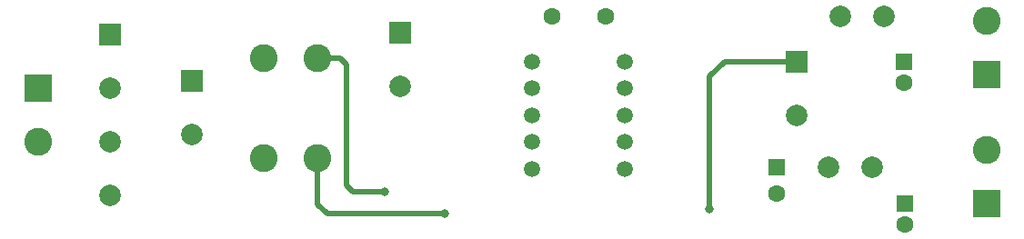
<source format=gbr>
%TF.GenerationSoftware,KiCad,Pcbnew,(5.1.6)-1*%
%TF.CreationDate,2021-01-14T17:27:39+01:00*%
%TF.ProjectId,pi_dual_output_pro_1,70695f64-7561-46c5-9f6f-75747075745f,rev?*%
%TF.SameCoordinates,Original*%
%TF.FileFunction,Copper,L2,Bot*%
%TF.FilePolarity,Positive*%
%FSLAX46Y46*%
G04 Gerber Fmt 4.6, Leading zero omitted, Abs format (unit mm)*
G04 Created by KiCad (PCBNEW (5.1.6)-1) date 2021-01-14 17:27:39*
%MOMM*%
%LPD*%
G01*
G04 APERTURE LIST*
%TA.AperFunction,ComponentPad*%
%ADD10R,2.000000X2.000000*%
%TD*%
%TA.AperFunction,ComponentPad*%
%ADD11C,2.000000*%
%TD*%
%TA.AperFunction,ComponentPad*%
%ADD12C,1.500000*%
%TD*%
%TA.AperFunction,ComponentPad*%
%ADD13C,2.600000*%
%TD*%
%TA.AperFunction,ComponentPad*%
%ADD14R,2.600000X2.600000*%
%TD*%
%TA.AperFunction,ComponentPad*%
%ADD15C,1.600000*%
%TD*%
%TA.AperFunction,ComponentPad*%
%ADD16R,1.600000X1.600000*%
%TD*%
%TA.AperFunction,ViaPad*%
%ADD17C,0.800000*%
%TD*%
%TA.AperFunction,Conductor*%
%ADD18C,0.500000*%
%TD*%
G04 APERTURE END LIST*
D10*
%TO.P,DB1,1*%
%TO.N,/hv_dc_+*%
X114700000Y-132400000D03*
D11*
%TO.P,DB1,2*%
%TO.N,Net-(DB1-Pad2)*%
X114700000Y-137400000D03*
%TO.P,DB1,3*%
%TO.N,Net-(DB1-Pad3)*%
X114700000Y-142400000D03*
%TO.P,DB1,4*%
%TO.N,/hv_dc_-*%
X114700000Y-147400000D03*
%TD*%
D12*
%TO.P,T1,10*%
%TO.N,Net-(D4-Pad2)*%
X162600000Y-134900000D03*
%TO.P,T1,9*%
%TO.N,Net-(C10-Pad2)*%
X162600000Y-137400000D03*
%TO.P,T1,8*%
%TO.N,N/C*%
X162600000Y-139900000D03*
%TO.P,T1,7*%
%TO.N,Net-(D5-Pad2)*%
X162600000Y-142400000D03*
%TO.P,T1,6*%
%TO.N,Net-(C7-Pad2)*%
X162600000Y-144900000D03*
%TO.P,T1,5*%
%TO.N,N/C*%
X154000000Y-144900000D03*
%TO.P,T1,4*%
%TO.N,Net-(D2-Pad2)*%
X154000000Y-142400000D03*
%TO.P,T1,3*%
%TO.N,N/C*%
X154000000Y-139900000D03*
%TO.P,T1,2*%
%TO.N,Net-(C2-Pad1)*%
X154000000Y-137400000D03*
%TO.P,T1,1*%
%TO.N,N/C*%
X154000000Y-134900000D03*
%TD*%
D11*
%TO.P,C8,2*%
%TO.N,Net-(C10-Pad2)*%
X178600000Y-139900000D03*
D10*
%TO.P,C8,1*%
%TO.N,Net-(C6-Pad1)*%
X178600000Y-134900000D03*
%TD*%
D13*
%TO.P,J3,2*%
%TO.N,Net-(C10-Pad1)*%
X196250000Y-131100000D03*
D14*
%TO.P,J3,1*%
%TO.N,Net-(C10-Pad2)*%
X196250000Y-136100000D03*
%TD*%
D13*
%TO.P,J2,2*%
%TO.N,Net-(C9-Pad1)*%
X196250000Y-143100000D03*
D14*
%TO.P,J2,1*%
%TO.N,Net-(C7-Pad2)*%
X196250000Y-148100000D03*
%TD*%
D13*
%TO.P,J1,2*%
%TO.N,Net-(DB1-Pad3)*%
X108000000Y-142400000D03*
D14*
%TO.P,J1,1*%
%TO.N,Net-(DB1-Pad2)*%
X108000000Y-137400000D03*
%TD*%
D11*
%TO.P,L4,2*%
%TO.N,Net-(C10-Pad1)*%
X186700000Y-130700000D03*
%TO.P,L4,1*%
%TO.N,Net-(C6-Pad1)*%
X182700000Y-130700000D03*
%TD*%
%TO.P,L3,2*%
%TO.N,Net-(C9-Pad1)*%
X185600000Y-144700000D03*
%TO.P,L3,1*%
%TO.N,Net-(C5-Pad1)*%
X181600000Y-144700000D03*
%TD*%
D15*
%TO.P,C4,2*%
%TO.N,Net-(C2-Pad1)*%
X155800000Y-130700000D03*
%TO.P,C4,1*%
%TO.N,Net-(C10-Pad2)*%
X160800000Y-130700000D03*
%TD*%
D13*
%TO.P,L2,2*%
%TO.N,Net-(C2-Pad2)*%
X134000000Y-143900000D03*
%TO.P,L2,1*%
%TO.N,/hv_dc_-*%
X129000000Y-143900000D03*
%TD*%
%TO.P,L1,2*%
%TO.N,Net-(C2-Pad1)*%
X134000000Y-134600000D03*
%TO.P,L1,1*%
%TO.N,/hv_dc_+*%
X129000000Y-134600000D03*
%TD*%
D15*
%TO.P,C10,2*%
%TO.N,Net-(C10-Pad2)*%
X188600000Y-136900000D03*
D16*
%TO.P,C10,1*%
%TO.N,Net-(C10-Pad1)*%
X188600000Y-134900000D03*
%TD*%
D15*
%TO.P,C9,2*%
%TO.N,Net-(C7-Pad2)*%
X188700000Y-150100000D03*
D16*
%TO.P,C9,1*%
%TO.N,Net-(C9-Pad1)*%
X188700000Y-148100000D03*
%TD*%
D15*
%TO.P,C7,2*%
%TO.N,Net-(C7-Pad2)*%
X176700000Y-147200000D03*
D16*
%TO.P,C7,1*%
%TO.N,Net-(C5-Pad1)*%
X176700000Y-144700000D03*
%TD*%
D11*
%TO.P,C2,2*%
%TO.N,Net-(C2-Pad2)*%
X141700000Y-137200000D03*
D10*
%TO.P,C2,1*%
%TO.N,Net-(C2-Pad1)*%
X141700000Y-132200000D03*
%TD*%
D11*
%TO.P,C1,2*%
%TO.N,/hv_dc_-*%
X122300000Y-141700000D03*
D10*
%TO.P,C1,1*%
%TO.N,/hv_dc_+*%
X122300000Y-136700000D03*
%TD*%
D17*
%TO.N,Net-(C2-Pad2)*%
X145800000Y-149100000D03*
%TO.N,Net-(C2-Pad1)*%
X140200000Y-147000000D03*
%TO.N,Net-(C6-Pad1)*%
X170500000Y-148600000D03*
%TD*%
D18*
%TO.N,Net-(C2-Pad2)*%
X134900000Y-149100000D02*
X134000000Y-148200000D01*
X134000000Y-148200000D02*
X134000000Y-143900000D01*
X145800000Y-149100000D02*
X134900000Y-149100000D01*
%TO.N,Net-(C2-Pad1)*%
X140200000Y-147000000D02*
X137300000Y-147000000D01*
X137300000Y-147000000D02*
X136700000Y-146400000D01*
X136700000Y-146400000D02*
X136700000Y-135200000D01*
X136100000Y-134600000D02*
X134000000Y-134600000D01*
X136700000Y-135200000D02*
X136100000Y-134600000D01*
%TO.N,Net-(C6-Pad1)*%
X170500000Y-148600000D02*
X170500000Y-136300000D01*
X171900000Y-134900000D02*
X178600000Y-134900000D01*
X170500000Y-136300000D02*
X171900000Y-134900000D01*
%TD*%
M02*

</source>
